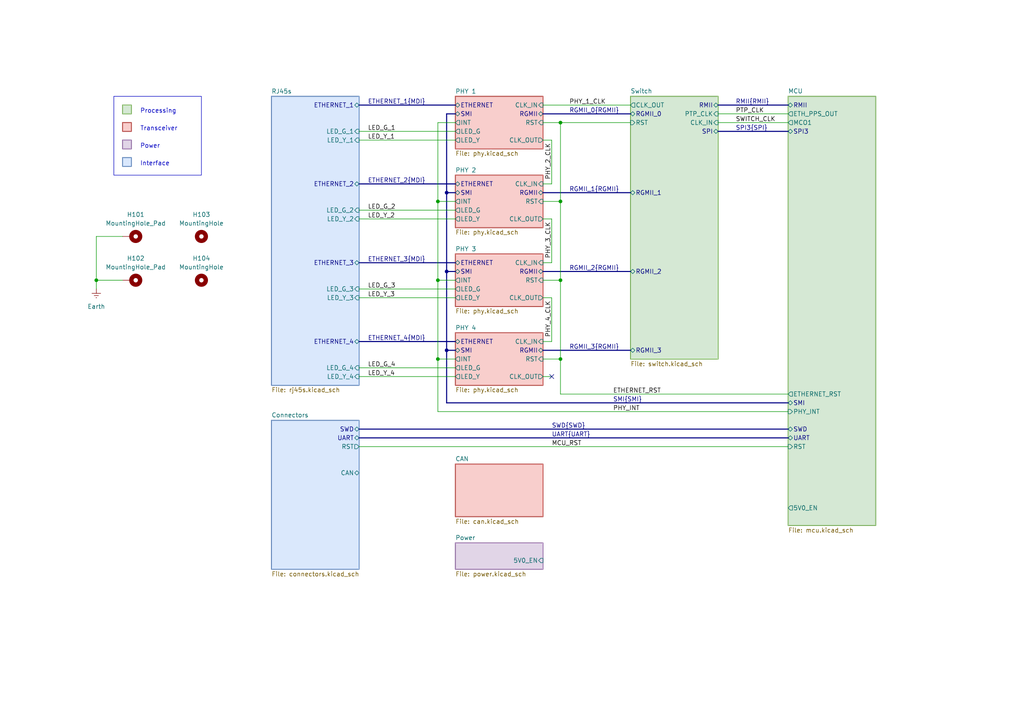
<source format=kicad_sch>
(kicad_sch (version 20231120) (generator "eeschema") (generator_version "8.0")
  (paper "A4")
  (title_block (title "GbE TSN Switch Block Diagram") (date "2024-04-06") (rev "0.0.0") (company "Ben Smith"))
  (lib_symbols
    (symbol "Mechanical:MountingHole" (pin_names (offset 1.016)) (exclude_from_sim yes) (in_bom no)
      (property "Reference" "H" (at 0 5.08 0))
      (property "Value" "MountingHole" (at 0 3.175 0))
      (symbol "MountingHole_0_1"
        (circle (center 0 0) (radius 1.27) (stroke (width 1.27)))
      )
    )
    (symbol "Mechanical:MountingHole_Pad" (pin_numbers hide) (pin_names (offset 1.016) hide) (exclude_from_sim yes) (in_bom no)
      (property "Reference" "H" (at 0 6.35 0))
      (property "Value" "MountingHole_Pad" (at 0 4.445 0))
      (symbol "MountingHole_Pad_0_1"
        (circle (center 0 1.27) (radius 1.27) (stroke (width 1.27)))
      )
      (symbol "MountingHole_Pad_1_1"
        (pin input line (at 0 -2.54 90) (length 2.54) (name "1") (number "1"))
      )
    )
    (symbol "power:Earth" (power) (pin_numbers hide) (pin_names (offset 0) hide)
      (property "Value" "Earth" (at 0 -3.81 0))
      (symbol "Earth_0_1"
        (polyline (pts (xy -0.635 -1.905) (xy 0.635 -1.905)))
        (polyline (pts (xy -0.127 -2.54) (xy 0.127 -2.54)))
        (polyline (pts (xy 0 -1.27) (xy 0 0)))
        (polyline (pts (xy 1.27 -1.27) (xy -1.27 -1.27)))
      )
      (symbol "Earth_1_1"
        (pin power_in line (at 0 0 270) (length 0) (name "~") (number "1"))
      )
    )
  )
  (junction (at 127 104.14))
  (junction (at 129.54 101.6))
  (junction (at 162.56 58.42))
  (junction (at 127 81.28))
  (junction (at 27.94 81.28))
  (junction (at 129.54 55.88))
  (junction (at 162.56 35.56))
  (junction (at 162.56 104.14))
  (junction (at 127 58.42))
  (junction (at 162.56 81.28))
  (junction (at 129.54 78.74))
  (no_connect (at 160.02 109.22))
  (wire (pts (xy 160.02 63.5) (xy 160.02 76.2)))
  (wire (pts (xy 162.56 35.56) (xy 162.56 58.42)))
  (wire (pts (xy 27.94 81.28) (xy 27.94 83.82)))
  (wire (pts (xy 160.02 99.06) (xy 157.48 99.06)))
  (bus (pts (xy 104.14 53.34) (xy 132.08 53.34)))
  (wire (pts (xy 104.14 40.64) (xy 132.08 40.64)))
  (wire (pts (xy 127 119.38) (xy 228.6 119.38)))
  (bus (pts (xy 104.14 76.2) (xy 132.08 76.2)))
  (wire (pts (xy 104.14 38.1) (xy 132.08 38.1)))
  (wire (pts (xy 162.56 58.42) (xy 162.56 81.28)))
  (wire (pts (xy 162.56 114.3) (xy 162.56 104.14)))
  (wire (pts (xy 157.48 58.42) (xy 162.56 58.42)))
  (bus (pts (xy 132.08 101.6) (xy 129.54 101.6)))
  (wire (pts (xy 157.48 35.56) (xy 162.56 35.56)))
  (wire (pts (xy 104.14 83.82) (xy 132.08 83.82)))
  (wire (pts (xy 104.14 109.22) (xy 132.08 109.22)))
  (wire (pts (xy 127 119.38) (xy 127 104.14)))
  (wire (pts (xy 162.56 81.28) (xy 162.56 104.14)))
  (bus (pts (xy 129.54 116.84) (xy 129.54 101.6)))
  (bus (pts (xy 132.08 33.02) (xy 129.54 33.02)))
  (wire (pts (xy 127 81.28) (xy 127 58.42)))
  (bus (pts (xy 132.08 78.74) (xy 129.54 78.74)))
  (bus (pts (xy 208.28 38.1) (xy 228.6 38.1)))
  (wire (pts (xy 104.14 63.5) (xy 132.08 63.5)))
  (wire (pts (xy 208.28 35.56) (xy 228.6 35.56)))
  (wire (pts (xy 127 35.56) (xy 132.08 35.56)))
  (bus (pts (xy 157.48 33.02) (xy 182.88 33.02)))
  (bus (pts (xy 129.54 78.74) (xy 129.54 101.6)))
  (wire (pts (xy 157.48 86.36) (xy 160.02 86.36)))
  (bus (pts (xy 157.48 78.74) (xy 182.88 78.74)))
  (bus (pts (xy 157.48 101.6) (xy 182.88 101.6)))
  (wire (pts (xy 228.6 114.3) (xy 162.56 114.3)))
  (wire (pts (xy 160.02 53.34) (xy 157.48 53.34)))
  (wire (pts (xy 104.14 106.68) (xy 132.08 106.68)))
  (wire (pts (xy 127 104.14) (xy 127 81.28)))
  (wire (pts (xy 157.48 63.5) (xy 160.02 63.5)))
  (wire (pts (xy 208.28 33.02) (xy 228.6 33.02)))
  (wire (pts (xy 157.48 40.64) (xy 160.02 40.64)))
  (wire (pts (xy 162.56 104.14) (xy 157.48 104.14)))
  (wire (pts (xy 104.14 129.54) (xy 228.6 129.54)))
  (wire (pts (xy 127 58.42) (xy 127 35.56)))
  (bus (pts (xy 157.48 55.88) (xy 182.88 55.88)))
  (wire (pts (xy 104.14 60.96) (xy 132.08 60.96)))
  (bus (pts (xy 104.14 99.06) (xy 132.08 99.06)))
  (wire (pts (xy 104.14 86.36) (xy 132.08 86.36)))
  (wire (pts (xy 160.02 76.2) (xy 157.48 76.2)))
  (wire (pts (xy 127 104.14) (xy 132.08 104.14)))
  (wire (pts (xy 127 58.42) (xy 132.08 58.42)))
  (bus (pts (xy 129.54 33.02) (xy 129.54 55.88)))
  (wire (pts (xy 162.56 35.56) (xy 182.88 35.56)))
  (wire (pts (xy 27.94 68.58) (xy 27.94 81.28)))
  (bus (pts (xy 208.28 30.48) (xy 228.6 30.48)))
  (bus (pts (xy 104.14 124.46) (xy 228.6 124.46)))
  (bus (pts (xy 132.08 55.88) (xy 129.54 55.88)))
  (wire (pts (xy 127 81.28) (xy 132.08 81.28)))
  (wire (pts (xy 160.02 40.64) (xy 160.02 53.34)))
  (bus (pts (xy 129.54 55.88) (xy 129.54 78.74)))
  (wire (pts (xy 160.02 86.36) (xy 160.02 99.06)))
  (wire (pts (xy 157.48 30.48) (xy 182.88 30.48)))
  (bus (pts (xy 104.14 30.48) (xy 132.08 30.48)))
  (wire (pts (xy 157.48 81.28) (xy 162.56 81.28)))
  (wire (pts (xy 160.02 109.22) (xy 157.48 109.22)))
  (wire (pts (xy 35.56 68.58) (xy 27.94 68.58)))
  (wire (pts (xy 27.94 81.28) (xy 35.56 81.28)))
  (bus (pts (xy 129.54 116.84) (xy 228.6 116.84)))
  (bus (pts (xy 104.14 127) (xy 228.6 127)))
  (rectangle (start 35.56 40.64) (end 38.1 43.18) (stroke (width 0.3048) (color 150 115 166 1)) (fill (type color) (color 225 213 231 1)))
  (rectangle (start 35.56 45.72) (end 38.1 48.26) (stroke (width 0.3048) (color 108 142 191 1)) (fill (type color) (color 218 232 252 1)))
  (rectangle (start 33.02 27.94) (end 58.42 50.8))
  (rectangle (start 35.56 35.56) (end 38.1 38.1) (stroke (width 0.3048) (color 184 84 80 1)) (fill (type color) (color 248 206 204 1)))
  (rectangle (start 35.56 30.48) (end 38.1 33.02) (stroke (width 0.3048) (color 130 179 102 1)) (fill (type color) (color 213 232 212 1)))
  (text "Processing" (at 40.64 33.02 0) (effects (font (size 1.27 1.27)) (justify left bottom)))
  (text "Power" (at 40.64 43.18 0) (effects (font (size 1.27 1.27)) (justify left bottom)))
  (text "Interface" (at 40.64 48.26 0) (effects (font (size 1.27 1.27)) (justify left bottom)))
  (text "Transceiver" (at 40.64 38.1 0) (effects (font (size 1.27 1.27)) (justify left bottom)))
  (label "ETHERNET_3{MDI}" (at 106.68 76.2 0))
  (label "LED_G_2" (at 106.68 60.96 0))
  (label "PHY_4_CLK" (at 160.02 97.79 90))
  (label "SMI{SMI}" (at 177.8 116.84 0))
  (label "ETHERNET_2{MDI}" (at 106.68 53.34 0))
  (label "LED_G_1" (at 106.68 38.1 0))
  (label "MCU_RST" (at 160.02 129.54 0))
  (label "RMII{RMII}" (at 213.36 30.48 0))
  (label "PHY_2_CLK" (at 160.02 52.07 90))
  (label "RGMII_1{RGMII}" (at 165.1 55.88 0))
  (label "PTP_CLK" (at 213.36 33.02 0))
  (label "LED_Y_3" (at 106.68 86.36 0))
  (label "LED_G_4" (at 106.68 106.68 0))
  (label "PHY_3_CLK" (at 160.02 74.93 90))
  (label "SWITCH_CLK" (at 213.36 35.56 0))
  (label "SWD{SWD}" (at 160.02 124.46 0))
  (label "LED_Y_1" (at 106.68 40.64 0))
  (label "LED_Y_2" (at 106.68 63.5 0))
  (label "LED_G_3" (at 106.68 83.82 0))
  (label "RGMII_2{RGMII}" (at 165.1 78.74 0))
  (label "PHY_INT" (at 177.8 119.38 0))
  (label "LED_Y_4" (at 106.68 109.22 0))
  (label "ETHERNET_1{MDI}" (at 106.68 30.48 0))
  (label "SPI3{SPI}" (at 213.36 38.1 0))
  (label "RGMII_0{RGMII}" (at 165.1 33.02 0))
  (label "ETHERNET_RST" (at 177.8 114.3 0))
  (label "ETHERNET_4{MDI}" (at 106.68 99.06 0))
  (label "UART{UART}" (at 160.02 127 0))
  (label "RGMII_3{RGMII}" (at 165.1 101.6 0))
  (label "PHY_1_CLK" (at 165.1 30.48 0))
  (symbol (lib_id "Mechanical:MountingHole") (at 58.42 81.28 180) (unit 1) (exclude_from_sim yes) (in_bom no)
    (property "Reference" "H104" (at 58.42 74.93 0))
    (property "Value" "MountingHole" (at 58.42 77.47 0))
    (property "Footprint" "MountingHole:MountingHole_3.2mm_M3_DIN965" (effects (hide yes)))
    (property "Description" "Mounting Hole without connection" (effects (hide yes)))
  )
  (symbol (lib_id "Mechanical:MountingHole_Pad") (at 38.1 81.28 270) (mirror x) (unit 1) (exclude_from_sim yes) (in_bom no)
    (property "Reference" "H102" (at 39.37 74.93 90))
    (property "Value" "MountingHole_Pad" (at 39.37 77.47 90))
    (property "Footprint" "MountingHole:MountingHole_3.2mm_M3_DIN965_Pad_TopBottom" (effects (hide yes)))
    (property "Description" "Mounting Hole with connection" (effects (hide yes)))
  )
  (symbol (lib_id "Mechanical:MountingHole") (at 58.42 68.58 180) (unit 1) (exclude_from_sim yes) (in_bom no)
    (property "Reference" "H103" (at 58.42 62.23 0))
    (property "Value" "MountingHole" (at 58.42 64.77 0))
    (property "Footprint" "MountingHole:MountingHole_3.2mm_M3_DIN965" (effects (hide yes)))
    (property "Description" "Mounting Hole without connection" (effects (hide yes)))
  )
  (symbol (lib_id "Mechanical:MountingHole_Pad") (at 38.1 68.58 270) (mirror x) (unit 1) (exclude_from_sim yes) (in_bom no)
    (property "Reference" "H101" (at 39.37 62.23 90))
    (property "Value" "MountingHole_Pad" (at 39.37 64.77 90))
    (property "Footprint" "MountingHole:MountingHole_3.2mm_M3_DIN965_Pad_TopBottom" (effects (hide yes)))
    (property "Description" "Mounting Hole with connection" (effects (hide yes)))
  )
  (symbol (lib_id "power:Earth") (at 27.94 83.82 0) (mirror y) (unit 1)
    (property "Reference" "#PWR0101" (effects (hide yes)))
    (property "Value" "Earth" (at 27.94 88.9 0))
    (property "Description" "Power symbol creates a global label with name \"Earth\"" (effects (hide yes)))
  )
  (sheet (at 132.08 27.94) (size 25.4 15.24) (stroke (width 0.3048) (color 184 84 80 1)) (fill (color 248 206 204 1.0000))
    (property "Sheetname" "PHY 1" (at 132.08 27.2284 0) (effects (justify left bottom)))
    (property "Sheetfile" "phy.kicad_sch" (at 132.08 43.7646 0) (effects (justify left top)))
    (pin "RGMII" bidirectional (at 157.48 33.02 0))
    (pin "CLK_OUT" output (at 157.48 40.64 0))
    (pin "CLK_IN" input (at 157.48 30.48 0))
    (pin "ETHERNET" bidirectional (at 132.08 30.48 180))
    (pin "SMI" bidirectional (at 132.08 33.02 180))
    (pin "LED_Y" output (at 132.08 40.64 180))
    (pin "LED_G" output (at 132.08 38.1 180))
    (pin "RST" input (at 157.48 35.56 0))
    (pin "INT" output (at 132.08 35.56 180))
  )
  (sheet (at 132.08 50.8) (size 25.4 15.24) (stroke (width 0.3048) (color 184 84 80 1)) (fill (color 248 206 204 1.0000))
    (property "Sheetname" "PHY 2" (at 132.08 50.0884 0) (effects (justify left bottom)))
    (property "Sheetfile" "phy.kicad_sch" (at 132.08 66.6246 0) (effects (justify left top)))
    (pin "RGMII" bidirectional (at 157.48 55.88 0))
    (pin "CLK_OUT" output (at 157.48 63.5 0))
    (pin "CLK_IN" input (at 157.48 53.34 0))
    (pin "ETHERNET" bidirectional (at 132.08 53.34 180))
    (pin "SMI" bidirectional (at 132.08 55.88 180))
    (pin "LED_Y" output (at 132.08 63.5 180))
    (pin "LED_G" output (at 132.08 60.96 180))
    (pin "RST" input (at 157.48 58.42 0))
    (pin "INT" output (at 132.08 58.42 180))
  )
  (sheet (at 182.88 27.94) (size 25.4 76.2) (stroke (width 0.3048) (color 130 179 102 1)) (fill (color 213 232 212 1.0000))
    (property "Sheetname" "Switch" (at 182.88 27.1522 0) (effects (justify left bottom)))
    (property "Sheetfile" "switch.kicad_sch" (at 182.88 104.8008 0) (effects (justify left top)))
    (pin "RGMII_3" bidirectional (at 182.88 101.6 180))
    (pin "RGMII_2" bidirectional (at 182.88 78.74 180))
    (pin "RGMII_1" bidirectional (at 182.88 55.88 180))
    (pin "RGMII_0" bidirectional (at 182.88 33.02 180))
    (pin "CLK_OUT" output (at 182.88 30.48 180))
    (pin "PTP_CLK" input (at 208.28 33.02 0))
    (pin "RST" input (at 182.88 35.56 180))
    (pin "SPI" bidirectional (at 208.28 38.1 0))
    (pin "CLK_IN" input (at 208.28 35.56 0))
    (pin "RMII" bidirectional (at 208.28 30.48 0))
  )
  (sheet (at 132.08 73.66) (size 25.4 15.24) (stroke (width 0.3048) (color 184 84 80 1)) (fill (color 248 206 204 1.0000))
    (property "Sheetname" "PHY 3" (at 132.08 72.9484 0) (effects (justify left bottom)))
    (property "Sheetfile" "phy.kicad_sch" (at 132.08 89.4846 0) (effects (justify left top)))
    (pin "RGMII" bidirectional (at 157.48 78.74 0))
    (pin "CLK_OUT" output (at 157.48 86.36 0))
    (pin "CLK_IN" input (at 157.48 76.2 0))
    (pin "ETHERNET" bidirectional (at 132.08 76.2 180))
    (pin "SMI" bidirectional (at 132.08 78.74 180))
    (pin "LED_Y" output (at 132.08 86.36 180))
    (pin "LED_G" output (at 132.08 83.82 180))
    (pin "RST" input (at 157.48 81.28 0))
    (pin "INT" output (at 132.08 81.28 180))
  )
  (sheet (at 78.74 27.94) (size 25.4 83.82) (stroke (width 0.3048) (color 108 142 191 1)) (fill (color 218 232 252 1.0000))
    (property "Sheetname" "RJ45s" (at 78.74 27.2284 0) (effects (justify left bottom)))
    (property "Sheetfile" "rj45s.kicad_sch" (at 78.74 112.3446 0) (effects (justify left top)))
    (pin "ETHERNET_4" bidirectional (at 104.14 99.06 0))
    (pin "ETHERNET_3" bidirectional (at 104.14 76.2 0))
    (pin "ETHERNET_1" bidirectional (at 104.14 30.48 0))
    (pin "ETHERNET_2" bidirectional (at 104.14 53.34 0))
    (pin "LED_Y_2" input (at 104.14 63.5 0))
    (pin "LED_Y_1" input (at 104.14 40.64 0))
    (pin "LED_G_2" input (at 104.14 60.96 0))
    (pin "LED_G_1" input (at 104.14 38.1 0))
    (pin "LED_G_3" input (at 104.14 83.82 0))
    (pin "LED_Y_4" input (at 104.14 109.22 0))
    (pin "LED_Y_3" input (at 104.14 86.36 0))
    (pin "LED_G_4" input (at 104.14 106.68 0))
  )
  (sheet (at 132.08 134.62) (size 25.4 15.24) (stroke (width 0.3048) (color 184 84 80 1)) (fill (color 248 206 204 1.0000))
    (property "Sheetname" "CAN" (at 132.08 133.8322 0) (effects (justify left bottom)))
    (property "Sheetfile" "can.kicad_sch" (at 132.08 150.5208 0) (effects (justify left top)))
  )
  (sheet (at 132.08 96.52) (size 25.4 15.24) (stroke (width 0.3048) (color 184 84 80 1)) (fill (color 248 206 204 1.0000))
    (property "Sheetname" "PHY 4" (at 132.08 95.8084 0) (effects (justify left bottom)))
    (property "Sheetfile" "phy.kicad_sch" (at 132.08 112.3446 0) (effects (justify left top)))
    (pin "RGMII" bidirectional (at 157.48 101.6 0))
    (pin "CLK_OUT" output (at 157.48 109.22 0))
    (pin "CLK_IN" input (at 157.48 99.06 0))
    (pin "ETHERNET" bidirectional (at 132.08 99.06 180))
    (pin "SMI" bidirectional (at 132.08 101.6 180))
    (pin "LED_Y" output (at 132.08 109.22 180))
    (pin "LED_G" output (at 132.08 106.68 180))
    (pin "RST" input (at 157.48 104.14 0))
    (pin "INT" output (at 132.08 104.14 180))
  )
  (sheet (at 78.74 121.92) (size 25.4 43.18) (stroke (width 0.3048) (color 108 142 191 1)) (fill (color 218 232 252 1.0000))
    (property "Sheetname" "Connectors" (at 78.74 121.1322 0) (effects (justify left bottom)))
    (property "Sheetfile" "connectors.kicad_sch" (at 78.74 165.7608 0) (effects (justify left top)))
    (pin "CAN" bidirectional (at 104.14 137.16 0))
    (pin "UART" bidirectional (at 104.14 127 0))
    (pin "SWD" bidirectional (at 104.14 124.46 0))
    (pin "RST" output (at 104.14 129.54 0))
  )
  (sheet (at 228.6 27.94) (size 25.4 124.46) (stroke (width 0.3048) (color 130 179 102 1)) (fill (color 213 232 212 1.0000))
    (property "Sheetname" "MCU" (at 228.6 27.1522 0) (effects (justify left bottom)))
    (property "Sheetfile" "mcu.kicad_sch" (at 228.6 153.0608 0) (effects (justify left top)))
    (pin "ETH_PPS_OUT" output (at 228.6 33.02 180))
    (pin "MCO1" output (at 228.6 35.56 180))
    (pin "SMI" bidirectional (at 228.6 116.84 180))
    (pin "RMII" bidirectional (at 228.6 30.48 180))
    (pin "5V0_EN" output (at 228.6 147.32 180))
    (pin "ETHERNET_RST" output (at 228.6 114.3 180))
    (pin "SPI3" bidirectional (at 228.6 38.1 180))
    (pin "PHY_INT" input (at 228.6 119.38 180))
    (pin "RST" input (at 228.6 129.54 180))
    (pin "UART" bidirectional (at 228.6 127 180))
    (pin "SWD" bidirectional (at 228.6 124.46 180))
  )
  (sheet (at 132.08 157.48) (size 25.4 7.62) (stroke (width 0.3048) (color 150 115 166 1)) (fill (color 225 213 231 1.0000))
    (property "Sheetname" "Power" (at 132.08 156.6922 0) (effects (justify left bottom)))
    (property "Sheetfile" "power.kicad_sch" (at 132.08 165.7608 0) (effects (justify left top)))
    (pin "5V0_EN" input (at 157.48 162.56 0))
  )
)
</source>
